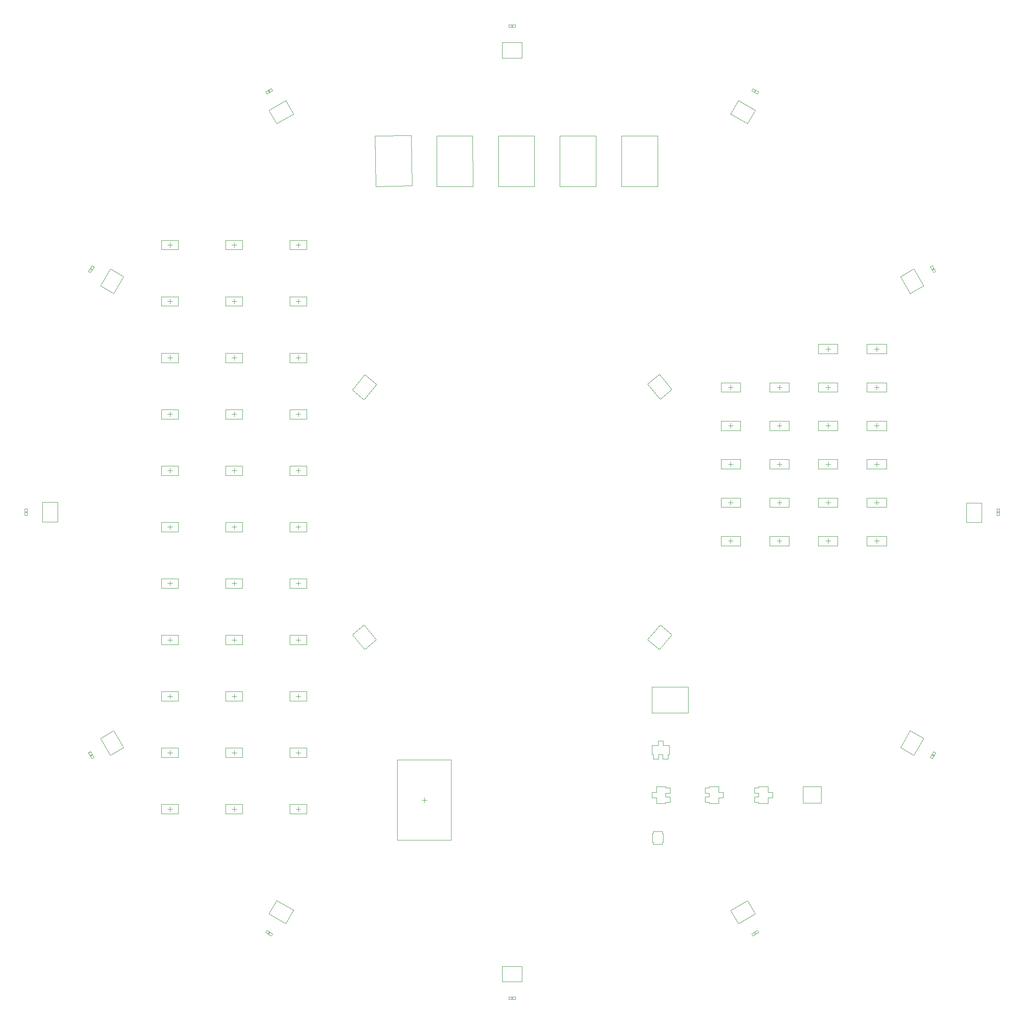
<source format=gbr>
%TF.GenerationSoftware,Altium Limited,Altium Designer,20.2.3 (150)*%
G04 Layer_Color=32768*
%FSLAX45Y45*%
%MOMM*%
%TF.SameCoordinates,D065702F-5D7C-4ECE-B493-19553C93D9E3*%
%TF.FilePolarity,Positive*%
%TF.FileFunction,Other,Mechanical_15*%
%TF.Part,Single*%
G01*
G75*
%TA.AperFunction,NonConductor*%
%ADD96C,0.10000*%
%ADD97C,0.05000*%
D96*
X18701187Y10310155D02*
Y10500157D01*
X18301183Y10310155D02*
Y10500157D01*
Y10310155D02*
X18701187D01*
X18301183Y10500157D02*
X18701187D01*
X18451186Y10405156D02*
X18551186D01*
X18501187Y10355158D02*
Y10455158D01*
X17700864Y10310155D02*
Y10500157D01*
X17300865Y10310155D02*
Y10500157D01*
Y10310155D02*
X17700864D01*
X17300865Y10500157D02*
X17700864D01*
X17450862Y10405156D02*
X17550862D01*
X17500864Y10355158D02*
Y10455158D01*
X16700542Y10310155D02*
Y10500157D01*
X16300542Y10310155D02*
Y10500157D01*
Y10310155D02*
X16700542D01*
X16300542Y10500157D02*
X16700542D01*
X16450545Y10405156D02*
X16550543D01*
X16500542Y10355158D02*
Y10455158D01*
X15700227Y10310155D02*
Y10500157D01*
X15300227Y10310155D02*
Y10500157D01*
Y10310155D02*
X15700227D01*
X15300227Y10500157D02*
X15700227D01*
X15450226Y10405156D02*
X15550224D01*
X15500227Y10355158D02*
Y10455158D01*
X18701183Y11100476D02*
Y11290478D01*
X18301183Y11100476D02*
Y11290478D01*
Y11100476D02*
X18701183D01*
X18301183Y11290478D02*
X18701183D01*
X18451180Y11195477D02*
X18551180D01*
X18501183Y11145479D02*
Y11245479D01*
X17700859Y11100476D02*
Y11290478D01*
X17300859Y11100476D02*
Y11290478D01*
Y11100476D02*
X17700859D01*
X17300859Y11290478D02*
X17700859D01*
X17450862Y11195477D02*
X17550862D01*
X17500859Y11145479D02*
Y11245479D01*
X16700536Y11100476D02*
Y11290478D01*
X16300536Y11100476D02*
Y11290478D01*
Y11100476D02*
X16700536D01*
X16300536Y11290478D02*
X16700536D01*
X16450539Y11195477D02*
X16550539D01*
X16500536Y11145479D02*
Y11245479D01*
X15700227Y11100476D02*
Y11290478D01*
X15300227Y11100476D02*
Y11290478D01*
Y11100476D02*
X15700227D01*
X15300227Y11290478D02*
X15700227D01*
X15450226Y11195477D02*
X15550224D01*
X15500227Y11145479D02*
Y11245479D01*
X18701183Y11890792D02*
Y12080794D01*
X18301183Y11890792D02*
Y12080794D01*
Y11890792D02*
X18701183D01*
X18301183Y12080794D02*
X18701183D01*
X18451186Y11985793D02*
X18551186D01*
X18501183Y11935795D02*
Y12035795D01*
X17700864Y11890792D02*
Y12080794D01*
X17300859Y11890792D02*
Y12080794D01*
Y11890792D02*
X17700864D01*
X17300859Y12080794D02*
X17700864D01*
X17450862Y11985793D02*
X17550862D01*
X17500859Y11935795D02*
Y12035795D01*
X16700542Y11890792D02*
Y12080794D01*
X16300542Y11890792D02*
Y12080794D01*
Y11890792D02*
X16700542D01*
X16300542Y12080794D02*
X16700542D01*
X16450539Y11985793D02*
X16550539D01*
X16500542Y11935795D02*
Y12035795D01*
X15700223Y11890797D02*
Y12080794D01*
X15300223Y11890797D02*
Y12080794D01*
Y11890797D02*
X15700223D01*
X15300223Y12080794D02*
X15700223D01*
X15450226Y11985793D02*
X15550224D01*
X15500223Y11935795D02*
Y12035795D01*
X18701187Y12681118D02*
Y12871115D01*
X18301183Y12681118D02*
Y12871115D01*
Y12681118D02*
X18701187D01*
X18301183Y12871115D02*
X18701187D01*
X18451186Y12776114D02*
X18551186D01*
X18501187Y12726116D02*
Y12826115D01*
X17700864Y12681118D02*
Y12871115D01*
X17300865Y12681118D02*
Y12871115D01*
Y12681118D02*
X17700864D01*
X17300865Y12871115D02*
X17700864D01*
X17450862Y12776114D02*
X17550862D01*
X17500864Y12726116D02*
Y12826115D01*
X16700542Y12681118D02*
Y12871115D01*
X16300542Y12681118D02*
Y12871115D01*
Y12681118D02*
X16700542D01*
X16300542Y12871115D02*
X16700542D01*
X16450545Y12776114D02*
X16550543D01*
X16500542Y12726116D02*
Y12826115D01*
X15700227Y12681118D02*
Y12871115D01*
X15300227Y12681118D02*
Y12871115D01*
Y12681118D02*
X15700227D01*
X15300227Y12871115D02*
X15700227D01*
X15450226Y12776114D02*
X15550224D01*
X15500227Y12726116D02*
Y12826115D01*
X18701183Y13471439D02*
Y13661436D01*
X18301183Y13471439D02*
Y13661436D01*
Y13471439D02*
X18701183D01*
X18301183Y13661436D02*
X18701183D01*
X18451180Y13566435D02*
X18551180D01*
X18501183Y13516437D02*
Y13616437D01*
X17700859Y13471439D02*
Y13661436D01*
X17300859Y13471439D02*
Y13661436D01*
Y13471439D02*
X17700859D01*
X17300859Y13661436D02*
X17700859D01*
X17450858Y13566435D02*
X17550856D01*
X17500859Y13516437D02*
Y13616437D01*
X16700536Y13471439D02*
Y13661436D01*
X16300536Y13471439D02*
Y13661436D01*
Y13471439D02*
X16700536D01*
X16300536Y13661436D02*
X16700536D01*
X16450539Y13566435D02*
X16550539D01*
X16500536Y13516437D02*
Y13616437D01*
X15700218Y13471439D02*
Y13661436D01*
X15300218Y13471439D02*
Y13661436D01*
Y13471439D02*
X15700218D01*
X15300218Y13661436D02*
X15700218D01*
X15450215Y13566435D02*
X15550215D01*
X15500218Y13516437D02*
Y13616437D01*
X18701183Y14261755D02*
Y14451752D01*
X18301183Y14261755D02*
Y14451752D01*
Y14261755D02*
X18701183D01*
X18301183Y14451752D02*
X18701183D01*
X18451186Y14356750D02*
X18551186D01*
X18501183Y14306754D02*
Y14406754D01*
X17700859Y14261755D02*
Y14451752D01*
X17300859Y14261755D02*
Y14451752D01*
Y14261755D02*
X17700859D01*
X17300859Y14451752D02*
X17700859D01*
X17450862Y14356750D02*
X17550862D01*
X17500859Y14306754D02*
Y14406754D01*
X3962217Y16444046D02*
Y16544046D01*
X3912220Y16494044D02*
X4012220D01*
X3787221Y16399048D02*
X4137218D01*
X3787221Y16589046D02*
X4137218D01*
Y16399048D02*
Y16589046D01*
X3787221Y16399048D02*
Y16589046D01*
X5282545Y16444046D02*
Y16544046D01*
X5232542Y16494044D02*
X5332542Y16494049D01*
X5107544Y16399048D02*
X5457546D01*
X5107544Y16589046D02*
X5457541D01*
X5457546Y16399048D01*
X5107544D02*
Y16589046D01*
X6602862Y16444046D02*
Y16544046D01*
X6552860Y16494049D02*
X6652859D01*
X6427861Y16399048D02*
X6777858D01*
X6427861Y16589046D02*
X6777858D01*
Y16399048D02*
Y16589046D01*
X6427861Y16399048D02*
Y16589046D01*
X3962222Y15283723D02*
Y15383728D01*
X3912220Y15333727D02*
X4012220D01*
X3787221Y15238725D02*
X4137218D01*
X3787221Y15428728D02*
X4137218D01*
Y15238725D02*
Y15428728D01*
X3787221Y15238725D02*
Y15428728D01*
X5282545Y15283723D02*
Y15383728D01*
X5232542Y15333727D02*
X5332542D01*
X5107544Y15238725D02*
X5457541D01*
X5107544Y15428728D02*
X5457541D01*
Y15238725D02*
Y15428728D01*
X5107544Y15238725D02*
Y15428728D01*
X6602862Y15283730D02*
Y15383728D01*
X6552860Y15333727D02*
X6652859D01*
X6427861Y15238730D02*
X6777858D01*
X6427861Y15428728D02*
X6777858D01*
Y15238730D02*
Y15428728D01*
X6427861Y15238730D02*
Y15428728D01*
X3962217Y14123401D02*
Y14223405D01*
X3912220Y14173402D02*
X4012220D01*
X3787216Y14078403D02*
X4137218D01*
X3787216Y14268404D02*
X4137218D01*
Y14078403D02*
Y14268404D01*
X3787216Y14078403D02*
Y14268404D01*
X5282540Y14123405D02*
Y14223405D01*
X5232542Y14173402D02*
X5332542D01*
X5107539Y14078407D02*
X5457541D01*
X5107539Y14268404D02*
X5457541D01*
Y14078407D02*
Y14268404D01*
X5107539Y14078407D02*
Y14268404D01*
X6602857Y14123401D02*
Y14223405D01*
X6552860Y14173402D02*
X6652859D01*
X6427856Y14078403D02*
X6777858D01*
X6427856Y14268404D02*
X6777858D01*
Y14078403D02*
Y14268404D01*
X6427856Y14078403D02*
Y14268404D01*
X3962222Y12963087D02*
Y13063087D01*
X3912220Y13013084D02*
X4012220D01*
X3787221Y12918089D02*
X4137223D01*
X3787221Y13108087D02*
X4137223D01*
Y12918089D02*
Y13108087D01*
X3787221Y12918089D02*
Y13108087D01*
X5282540Y12963083D02*
Y13063087D01*
X5232542Y13013084D02*
X5332542D01*
X5107544Y12918085D02*
X5457541D01*
X5107544Y13108087D02*
X5457541D01*
Y12918085D02*
Y13108087D01*
X5107544Y12918085D02*
Y13108087D01*
X6602857Y12963087D02*
Y13063087D01*
X6552860Y13013084D02*
X6652859D01*
X6427861Y12918089D02*
X6777858D01*
X6427861Y13108087D02*
X6777858D01*
Y12918089D02*
Y13108087D01*
X6427861Y12918089D02*
Y13108087D01*
X3962217Y11802760D02*
Y11902765D01*
X3912220Y11852763D02*
X4012220D01*
X3787221Y11757762D02*
X4137218D01*
X3787221Y11947764D02*
X4137218D01*
Y11757762D02*
Y11947764D01*
X3787221Y11757762D02*
Y11947764D01*
X5282540Y11802765D02*
Y11902765D01*
X5232542Y11852763D02*
X5332542D01*
X5107544Y11757767D02*
X5457541D01*
X5107544Y11947764D02*
X5457541D01*
Y11757767D02*
Y11947764D01*
X5107544Y11757767D02*
Y11947764D01*
X6602862Y11802760D02*
Y11902765D01*
X6552860Y11852763D02*
X6652859D01*
X6427861Y11757762D02*
X6777863D01*
X6427861Y11947764D02*
X6777863D01*
Y11757762D02*
Y11947764D01*
X6427861Y11757762D02*
Y11947764D01*
X3962222Y10642448D02*
Y10742447D01*
X3912220Y10692445D02*
X4012220D01*
X3787221Y10597449D02*
X4137223D01*
X3787221Y10787446D02*
X4137223D01*
Y10597449D02*
Y10787446D01*
X3787221Y10597449D02*
Y10787446D01*
X5282545Y10642443D02*
Y10742447D01*
X5232542Y10692445D02*
X5332542D01*
X5107544Y10597444D02*
X5457546D01*
X5107544Y10787446D02*
X5457546D01*
Y10597444D02*
Y10787446D01*
X5107544Y10597444D02*
Y10787446D01*
X6602857Y10642448D02*
Y10742447D01*
X6552860Y10692445D02*
X6652859D01*
X6427856Y10597449D02*
X6777858D01*
X6427856Y10787446D02*
X6777858D01*
Y10597449D02*
Y10787446D01*
X6427856Y10597449D02*
Y10787446D01*
X3962222Y9482125D02*
Y9582125D01*
X3912220Y9532127D02*
X4012220D01*
X3787221Y9627128D02*
X4137223D01*
X3787221Y9437126D02*
X4137223D01*
X3787221D02*
Y9627128D01*
X4137223Y9437126D02*
Y9627128D01*
X5282545Y9482130D02*
Y9582130D01*
X5232542Y9532127D02*
X5332542D01*
X5107544Y9437131D02*
X5457546D01*
X5107544Y9627128D02*
X5457546D01*
Y9437131D02*
Y9627128D01*
X5107544Y9437131D02*
Y9627128D01*
X6602862Y9482125D02*
Y9582130D01*
X6552860Y9532127D02*
X6652859D01*
X6427861Y9437126D02*
X6777863D01*
X6427861Y9627128D02*
X6777863D01*
Y9437126D02*
Y9627128D01*
X6427861Y9437126D02*
Y9627128D01*
X3962222Y8321807D02*
Y8421807D01*
X3912220Y8371804D02*
X4012220D01*
X3787221Y8276808D02*
X4137223D01*
X3787221Y8466806D02*
X4137223D01*
Y8276808D02*
Y8466806D01*
X3787221Y8276808D02*
Y8466806D01*
X5282540Y8321802D02*
Y8421802D01*
X5232542Y8371799D02*
X5332542Y8371804D01*
X5107544Y8276803D02*
X5457541D01*
X5107544Y8466800D02*
X5457541D01*
Y8276803D02*
Y8466800D01*
X5107544Y8276803D02*
Y8466800D01*
X6602862Y8321802D02*
Y8421807D01*
X6552860Y8371804D02*
X6652859D01*
X6427861Y8276803D02*
X6777858D01*
X6427861Y8466806D02*
X6777858D01*
Y8276803D02*
Y8466806D01*
X6427861Y8276803D02*
Y8466806D01*
X3962222Y7161484D02*
Y7261489D01*
X3912220Y7211487D02*
X4012220D01*
X3787221Y7116486D02*
X4137218D01*
X3787221Y7306488D02*
X4137218D01*
Y7116486D02*
Y7306488D01*
X3787221Y7116486D02*
Y7306488D01*
X5282540Y7161489D02*
Y7261489D01*
X5232542Y7211487D02*
X5332542D01*
X5107544Y7116491D02*
X5457541D01*
X5107544Y7306488D02*
X5457541D01*
Y7116491D02*
Y7306488D01*
X5107544Y7116491D02*
Y7306488D01*
X6602862Y7161484D02*
Y7261489D01*
X6552860Y7211487D02*
X6652859D01*
X6427861Y7116486D02*
X6777863D01*
X6427861Y7306488D02*
X6777863D01*
Y7116486D02*
Y7306488D01*
X6427861Y7116486D02*
Y7306488D01*
X3962222Y6001167D02*
Y6101166D01*
X3912220Y6051164D02*
X4012220D01*
X3787221Y5956168D02*
X4137223D01*
X3787221Y6146165D02*
X4137223D01*
Y5956168D02*
Y6146165D01*
X3787221Y5956168D02*
Y6146165D01*
X5282545Y6001161D02*
Y6101166D01*
X5232542Y6051164D02*
X5332542D01*
X5107544Y5956163D02*
X5457546D01*
X5107544Y6146165D02*
X5457546D01*
Y5956163D02*
Y6146165D01*
X5107544Y5956163D02*
Y6146165D01*
X6602862Y6001167D02*
Y6101166D01*
X6552860Y6051164D02*
X6652859D01*
X6427861Y5956168D02*
X6777863D01*
X6427861Y6146165D02*
X6777863D01*
Y5956168D02*
Y6146165D01*
X6427861Y5956168D02*
Y6146165D01*
X3962217Y4840844D02*
Y4940849D01*
X3912220Y4890846D02*
X4012220D01*
X3787221Y4795845D02*
X4137218D01*
X3787221Y4985847D02*
X4137218D01*
Y4795845D02*
Y4985847D01*
X3787221Y4795845D02*
Y4985847D01*
X5282540Y4840849D02*
Y4940849D01*
X5232542Y4890846D02*
X5332542D01*
X5107544Y4795850D02*
X5457541D01*
X5107544Y4985847D02*
X5457541D01*
Y4795850D02*
Y4985847D01*
X5107544Y4795850D02*
Y4985847D01*
X6602857Y4840844D02*
Y4940849D01*
X6552860Y4890846D02*
X6652859D01*
X6427861Y4795845D02*
X6777858D01*
X6427861Y4985847D02*
X6777858D01*
Y4795845D02*
Y4985847D01*
X6427861Y4795845D02*
Y4985847D01*
X8640242Y4252458D02*
X9750242D01*
X8640242Y5902457D02*
X9750242D01*
X8640242Y4252458D02*
Y5902457D01*
X9750242Y4252458D02*
Y5902457D01*
X9195242Y5027458D02*
Y5127457D01*
X9145245Y5077460D02*
X9245244D01*
X20982507Y11000232D02*
X21017503Y10999765D01*
X20999770Y10982503D02*
X21000243Y11017499D01*
X21024059Y10929671D02*
X21025948Y11069655D01*
X20974065Y10930346D02*
X20975955Y11070331D01*
X21025948Y11069655D01*
X20974065Y10930346D02*
X21024059Y10929671D01*
X10999998Y20982507D02*
X11000003Y21017503D01*
X10982498Y21000005D02*
X11017499D01*
X10930001Y21025002D02*
X11070001D01*
X10930001Y20975005D02*
X11070001D01*
X10930001D02*
Y21025002D01*
X11070001Y20975005D02*
Y21025002D01*
X15991205Y19645126D02*
X16008797Y19675389D01*
X15984875Y19669054D02*
X16015132Y19651462D01*
X15952052Y19717055D02*
X16073083Y19646687D01*
X15926923Y19673830D02*
X16047954Y19603465D01*
X15926923Y19673830D02*
X15952052Y19717055D01*
X16047954Y19603465D02*
X16073083Y19646687D01*
X5991250Y19675414D02*
X6008746Y19645102D01*
X5984845Y19651508D02*
X6015152Y19669008D01*
X5926877Y19646910D02*
X6048116Y19716907D01*
X5951875Y19603609D02*
X6073120Y19673605D01*
X5926877Y19646910D02*
X5951875Y19603609D01*
X6048116Y19716907D02*
X6073120Y19673605D01*
X2326808Y16009203D02*
X2354788Y15988171D01*
X2330282Y15984703D02*
X2351314Y16012679D01*
X2318720Y15927715D02*
X2402845Y16039622D01*
X2278751Y15957758D02*
X2362876Y16069666D01*
X2402845Y16039622D01*
X2278751Y15957758D02*
X2318720Y15927715D01*
X982497Y10999932D02*
X1017494Y11000069D01*
X999927Y11017499D02*
X1000064Y10982503D01*
X974720Y11069904D02*
X975269Y10929904D01*
X1024717Y11070097D02*
X1025271Y10930098D01*
X975269Y10929904D02*
X1025271Y10930098D01*
X974720Y11069904D02*
X1024717Y11070097D01*
X2324547Y5991316D02*
X2354936Y6008680D01*
X2331060Y6015192D02*
X2348423Y5984804D01*
X2283313Y6048380D02*
X2352756Y5926816D01*
X2326726Y6073181D02*
X2396170Y5951616D01*
X2352756Y5926816D02*
X2396170Y5951616D01*
X2283313Y6048380D02*
X2326726Y6073181D01*
X5991245Y2324588D02*
X6008746Y2354900D01*
X5984839Y2348489D02*
X6015152Y2330994D01*
X5926877Y2353092D02*
X6048121Y2283094D01*
X5951875Y2396393D02*
X6073120Y2326391D01*
X6048121Y2283094D02*
X6073120Y2326391D01*
X5926877Y2353092D02*
X5951875Y2396393D01*
X10999998Y982497D02*
Y1017494D01*
X10982498Y999993D02*
X11017499Y999998D01*
X10930001Y974994D02*
X11070001D01*
X10930001Y1024997D02*
X11070001D01*
Y974994D02*
Y1024997D01*
X10930001Y974994D02*
Y1024997D01*
X15991251Y2354895D02*
X16008752Y2324588D01*
X15984845Y2330994D02*
X16015157Y2348494D01*
X15951881Y2283089D02*
X16073125Y2353092D01*
X15926881Y2326391D02*
X16048126Y2396393D01*
X16073125Y2353092D01*
X15926881Y2326391D02*
X15951881Y2283089D01*
X19645102Y6008746D02*
X19675414Y5991245D01*
X19651508Y5984845D02*
X19669008Y6015152D01*
X19646910Y5926877D02*
X19716907Y6048121D01*
X19603609Y5951875D02*
X19673611Y6073120D01*
X19716907Y6048121D01*
X19603609Y5951875D02*
X19646910Y5926877D01*
X19645102Y15991257D02*
X19675414Y16008752D01*
X19651508Y16015157D02*
X19669008Y15984845D01*
X19646910Y16073125D02*
X19716907Y15951881D01*
X19603609Y16048126D02*
X19673611Y15926881D01*
X19603609Y16048126D02*
X19646910Y16073125D01*
X19673611Y15926881D02*
X19716907Y15951881D01*
D97*
X13906841Y4167942D02*
Y4209440D01*
X13887836D02*
X13906841D01*
X13887836D02*
Y4389440D01*
X13906841D01*
Y4430944D01*
X14088837D01*
Y4389440D02*
Y4430944D01*
Y4389440D02*
X14107835D01*
Y4209440D02*
Y4389440D01*
X14088837Y4209440D02*
X14107835D01*
X14088837Y4167942D02*
Y4209440D01*
X13906841Y4167942D02*
X14088837D01*
X13879247Y6865676D02*
Y7406173D01*
X14620245Y6865676D02*
Y7406173D01*
X13879247D02*
X14620245D01*
X13879247Y6865676D02*
X14620245D01*
X15985410Y5328448D02*
X16076411D01*
Y5353949D01*
X16266409D01*
Y5233452D02*
Y5353949D01*
Y5233452D02*
X16357413D01*
Y5124450D02*
Y5233452D01*
X16266409Y5124450D02*
X16357413D01*
X16266409Y5003947D02*
Y5124450D01*
X16076411Y5003947D02*
X16266409D01*
X16076411D02*
Y5029449D01*
X15985410D02*
X16076411D01*
X15985410D02*
Y5138450D01*
X16076411D01*
Y5219451D01*
X15985410D02*
X16076411D01*
X15985410D02*
Y5328448D01*
X14160251Y5029449D02*
X14251250D01*
X14160251Y5003947D02*
Y5029449D01*
X13970248Y5003947D02*
X14160251D01*
X13970248D02*
Y5124450D01*
X13879251D02*
X13970248D01*
X13879251D02*
Y5233446D01*
X13970248D01*
Y5353949D01*
X14160251D01*
Y5328448D02*
Y5353949D01*
Y5328448D02*
X14251250D01*
Y5219451D02*
Y5328448D01*
X14160251Y5219451D02*
X14251250D01*
X14160251Y5138450D02*
Y5219451D01*
Y5138450D02*
X14251250D01*
Y5029449D02*
Y5138450D01*
X14969246Y5328448D02*
X15060249D01*
Y5353949D01*
X15250246D01*
Y5233446D02*
Y5353949D01*
Y5233446D02*
X15341249D01*
Y5124445D02*
Y5233446D01*
X15250246Y5124445D02*
X15341249D01*
X15250246Y5003947D02*
Y5124445D01*
X15060249Y5003947D02*
X15250246D01*
X15060249D02*
Y5029449D01*
X14969246D02*
X15060249D01*
X14969246D02*
Y5138445D01*
X15060249D01*
Y5219446D01*
X14969246D02*
X15060249D01*
X14969246D02*
Y5328448D01*
X13907436Y5919917D02*
Y6010915D01*
X13881934D02*
X13907436D01*
X13881934D02*
Y6200917D01*
X14002431D01*
Y6291915D01*
X14111432D01*
Y6200917D02*
Y6291915D01*
Y6200917D02*
X14231935D01*
Y6010915D02*
Y6200917D01*
X14206433Y6010915D02*
X14231935D01*
X14206433Y5919917D02*
Y6010915D01*
X14097432Y5919917D02*
X14206433D01*
X14097432D02*
Y6010915D01*
X14016431D02*
X14097432D01*
X14016431Y5919917D02*
Y6010915D01*
X13907436Y5919917D02*
X14016431D01*
X17359065Y5011450D02*
Y5351450D01*
X16986067Y5011450D02*
Y5351450D01*
Y5011450D02*
X17359065D01*
X16986067Y5351450D02*
X17359065D01*
X13251820Y17697943D02*
Y18737946D01*
X13993820Y17697943D02*
Y18737941D01*
X13251820Y18737946D02*
X13993820Y18737941D01*
X13251820Y17697943D02*
X13993820D01*
X9449933Y18737930D02*
X9450730Y17697932D01*
X10191933Y18738499D02*
X10192730Y17698502D01*
X9449933Y18737930D02*
X10191933Y18738499D01*
X9450730Y17697932D02*
X10192730Y17698502D01*
X10717225Y17697943D02*
Y18737946D01*
X11459225Y17697943D02*
Y18737946D01*
X10717225D02*
X11459225D01*
X10717225Y17697943D02*
X11459225D01*
X11984523D02*
Y18737941D01*
X12726518Y17697943D02*
Y18737946D01*
X11984523Y18737941D02*
X12726518Y18737946D01*
X11984523Y17697943D02*
X12726518D01*
X8182513Y18737505D02*
X8201259Y17697679D01*
X8924392Y18750879D02*
X8943137Y17711053D01*
X8182513Y18737505D02*
X8924392Y18750879D01*
X8201259Y17697679D02*
X8943137Y17711053D01*
X1657441Y11200343D02*
X1657548Y10800039D01*
X1342441Y11200257D02*
X1657441Y11200343D01*
X1342441Y11200257D02*
X1342547Y10799958D01*
X1657548Y10800039D01*
X14030228Y8174401D02*
X14287537Y8481050D01*
X14046230Y8683523D02*
X14287537Y8481050D01*
X13788924Y8376879D02*
X14046230Y8683523D01*
X13788924Y8376879D02*
X14030228Y8174401D01*
X14030009Y13833337D02*
X14287764Y13527060D01*
X13789000Y13630508D02*
X14030009Y13833337D01*
X13789000Y13630508D02*
X14046754Y13324236D01*
X14287764Y13527060D01*
X7712466Y13518951D02*
X7969773Y13825601D01*
X7712466Y13518951D02*
X7953771Y13316473D01*
X8211078Y13623122D01*
X7969773Y13825601D02*
X8211078Y13623122D01*
X7712268Y8480816D02*
X7969580Y8174167D01*
X8210885Y8376646D01*
X7953573Y8683295D02*
X8210885Y8376646D01*
X7712268Y8480816D02*
X7953573Y8683295D01*
X20345264Y10786161D02*
X20345842Y11186460D01*
X20345264Y10786161D02*
X20660263Y10785704D01*
X20660843Y11186003D01*
X20345842Y11186460D02*
X20660843Y11186003D01*
X2808768Y15497993D02*
X3009448Y15844353D01*
X2736896Y16002274D02*
X3009448Y15844353D01*
X2536210Y15655910D02*
X2736896Y16002274D01*
X2536210Y15655910D02*
X2808768Y15497993D01*
X2808620Y6502268D02*
X3009301Y6155903D01*
X2536063Y6344351D02*
X2808620Y6502268D01*
X2536063Y6344351D02*
X2736738Y5997986D01*
X3009301Y6155903D01*
X6154928Y3009158D02*
X6501897Y2809534D01*
X5997839Y2736124D02*
X6154928Y3009158D01*
X5997839Y2736124D02*
X6344813Y2536500D01*
X6501897Y2809534D01*
X10799704Y1657502D02*
X11200008Y1657487D01*
X10799694Y1342502D02*
X10799704Y1657502D01*
X10799694Y1342502D02*
X11199998Y1342487D01*
X11200008Y1657487D01*
X15497845Y2809397D02*
X15844826Y3009006D01*
X15497845Y2809397D02*
X15654919Y2536353D01*
X16001898Y2735966D01*
X15844826Y3009006D02*
X16001898Y2735966D01*
X18990549Y6155649D02*
X19191234Y6502009D01*
X18990549Y6155649D02*
X19263106Y5997727D01*
X19463791Y6344087D01*
X19191234Y6502009D02*
X19463791Y6344087D01*
X18990701Y15844098D02*
X19191380Y15497734D01*
X19463939Y15655650D01*
X19263258Y16002016D02*
X19463939Y15655650D01*
X18990701Y15844098D02*
X19263258Y16002016D01*
X15498105Y19190466D02*
X15845074Y18990839D01*
X16002164Y19263878D01*
X15655188Y19463503D02*
X16002164Y19263878D01*
X15498105Y19190466D02*
X15655188Y19463503D01*
X10799994Y20342509D02*
X11200293Y20342499D01*
X11200303Y20657500D01*
X10800004Y20657510D02*
X11200303Y20657500D01*
X10799994Y20342509D02*
X10800004Y20657510D01*
X6155172Y18990996D02*
X6502156Y19190604D01*
X6345088Y19463644D02*
X6502156Y19190604D01*
X5998103Y19264041D02*
X6345088Y19463644D01*
X5998103Y19264041D02*
X6155172Y18990996D01*
%TF.MD5,65bdb50ffcbb76343e5fd67e8b31a7e7*%
M02*

</source>
